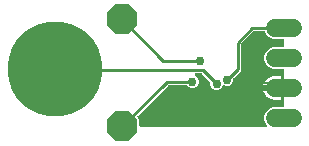
<source format=gbr>
G04 EAGLE Gerber RS-274X export*
G75*
%MOMM*%
%FSLAX34Y34*%
%LPD*%
%INBottom Copper*%
%IPPOS*%
%AMOC8*
5,1,8,0,0,1.08239X$1,22.5*%
G01*
%ADD10C,1.524000*%
%ADD11P,2.763017X8X112.500000*%
%ADD12C,8.000000*%
%ADD13P,2.763017X8X22.500000*%
%ADD14C,0.756400*%
%ADD15C,0.152400*%
%ADD16C,0.254000*%

G36*
X316338Y206550D02*
X316338Y206550D01*
X316481Y206563D01*
X316496Y206569D01*
X316513Y206571D01*
X316646Y206622D01*
X316780Y206671D01*
X316794Y206680D01*
X316809Y206686D01*
X316925Y206769D01*
X317043Y206849D01*
X317054Y206862D01*
X317068Y206871D01*
X317159Y206981D01*
X317254Y207088D01*
X317261Y207103D01*
X317272Y207115D01*
X317333Y207244D01*
X317398Y207371D01*
X317402Y207387D01*
X317409Y207402D01*
X317437Y207542D01*
X317468Y207681D01*
X317467Y207698D01*
X317471Y207714D01*
X317463Y207856D01*
X317458Y207999D01*
X317454Y208015D01*
X317453Y208032D01*
X317410Y208167D01*
X317370Y208305D01*
X317361Y208319D01*
X317356Y208335D01*
X317281Y208455D01*
X317208Y208579D01*
X317193Y208596D01*
X317188Y208604D01*
X317174Y208617D01*
X317102Y208699D01*
X316351Y209450D01*
X314959Y212811D01*
X314959Y216449D01*
X316351Y219810D01*
X318924Y222383D01*
X322285Y223775D01*
X330708Y223775D01*
X330826Y223790D01*
X330945Y223797D01*
X330983Y223810D01*
X331024Y223815D01*
X331134Y223858D01*
X331247Y223895D01*
X331282Y223917D01*
X331319Y223932D01*
X331415Y224001D01*
X331516Y224065D01*
X331544Y224095D01*
X331577Y224118D01*
X331653Y224210D01*
X331734Y224297D01*
X331754Y224332D01*
X331779Y224363D01*
X331830Y224471D01*
X331888Y224575D01*
X331898Y224615D01*
X331915Y224651D01*
X331937Y224768D01*
X331967Y224883D01*
X331971Y224943D01*
X331975Y224963D01*
X331973Y224984D01*
X331977Y225044D01*
X331977Y238760D01*
X331962Y238878D01*
X331955Y238997D01*
X331942Y239035D01*
X331937Y239075D01*
X331894Y239186D01*
X331857Y239299D01*
X331835Y239333D01*
X331820Y239371D01*
X331751Y239467D01*
X331723Y239511D01*
X331723Y240541D01*
X331734Y240553D01*
X331754Y240588D01*
X331779Y240620D01*
X331830Y240727D01*
X331888Y240832D01*
X331898Y240871D01*
X331915Y240907D01*
X331937Y241024D01*
X331967Y241139D01*
X331971Y241200D01*
X331975Y241220D01*
X331973Y241240D01*
X331977Y241300D01*
X331977Y255016D01*
X331962Y255134D01*
X331955Y255253D01*
X331942Y255291D01*
X331937Y255332D01*
X331894Y255442D01*
X331857Y255555D01*
X331835Y255590D01*
X331820Y255627D01*
X331751Y255723D01*
X331687Y255824D01*
X331657Y255852D01*
X331634Y255885D01*
X331542Y255961D01*
X331455Y256042D01*
X331420Y256062D01*
X331389Y256087D01*
X331281Y256138D01*
X331177Y256196D01*
X331137Y256206D01*
X331101Y256223D01*
X330984Y256245D01*
X330869Y256275D01*
X330809Y256279D01*
X330789Y256283D01*
X330768Y256281D01*
X330708Y256285D01*
X322285Y256285D01*
X318924Y257677D01*
X316351Y260250D01*
X314959Y263611D01*
X314959Y267249D01*
X316351Y270610D01*
X318924Y273183D01*
X322285Y274575D01*
X330708Y274575D01*
X330826Y274590D01*
X330945Y274597D01*
X330983Y274610D01*
X331024Y274615D01*
X331134Y274658D01*
X331247Y274695D01*
X331282Y274717D01*
X331319Y274732D01*
X331415Y274801D01*
X331516Y274865D01*
X331544Y274895D01*
X331577Y274918D01*
X331653Y275010D01*
X331734Y275097D01*
X331754Y275132D01*
X331779Y275163D01*
X331830Y275271D01*
X331888Y275375D01*
X331898Y275415D01*
X331915Y275451D01*
X331937Y275568D01*
X331967Y275683D01*
X331971Y275743D01*
X331975Y275763D01*
X331973Y275784D01*
X331977Y275844D01*
X331977Y280416D01*
X331962Y280534D01*
X331955Y280653D01*
X331942Y280691D01*
X331937Y280732D01*
X331894Y280842D01*
X331857Y280955D01*
X331835Y280990D01*
X331820Y281027D01*
X331751Y281123D01*
X331687Y281224D01*
X331657Y281252D01*
X331634Y281285D01*
X331542Y281361D01*
X331455Y281442D01*
X331420Y281462D01*
X331389Y281487D01*
X331281Y281538D01*
X331177Y281596D01*
X331137Y281606D01*
X331101Y281623D01*
X330984Y281645D01*
X330869Y281675D01*
X330809Y281679D01*
X330789Y281683D01*
X330768Y281681D01*
X330708Y281685D01*
X322285Y281685D01*
X318924Y283077D01*
X316351Y285650D01*
X315688Y287252D01*
X315673Y287277D01*
X315664Y287305D01*
X315595Y287415D01*
X315530Y287528D01*
X315510Y287549D01*
X315494Y287574D01*
X315399Y287663D01*
X315309Y287756D01*
X315284Y287772D01*
X315262Y287792D01*
X315149Y287855D01*
X315038Y287923D01*
X315010Y287931D01*
X314984Y287946D01*
X314858Y287978D01*
X314734Y288016D01*
X314705Y288018D01*
X314676Y288025D01*
X314515Y288035D01*
X306483Y288035D01*
X306385Y288023D01*
X306286Y288020D01*
X306228Y288003D01*
X306168Y287995D01*
X306076Y287959D01*
X305981Y287931D01*
X305928Y287901D01*
X305872Y287878D01*
X305792Y287820D01*
X305707Y287770D01*
X305631Y287704D01*
X305615Y287692D01*
X305607Y287682D01*
X305586Y287664D01*
X295494Y277572D01*
X295433Y277493D01*
X295365Y277421D01*
X295336Y277368D01*
X295299Y277320D01*
X295260Y277229D01*
X295212Y277143D01*
X295197Y277084D01*
X295173Y277029D01*
X295157Y276931D01*
X295132Y276835D01*
X295126Y276735D01*
X295123Y276714D01*
X295124Y276702D01*
X295122Y276674D01*
X295122Y254592D01*
X289116Y248586D01*
X289055Y248508D01*
X288987Y248436D01*
X288958Y248383D01*
X288921Y248335D01*
X288882Y248244D01*
X288834Y248157D01*
X288819Y248099D01*
X288795Y248043D01*
X288779Y247945D01*
X288754Y247849D01*
X288748Y247749D01*
X288745Y247729D01*
X288746Y247717D01*
X288744Y247689D01*
X288744Y245804D01*
X287936Y243854D01*
X286444Y242361D01*
X284493Y241553D01*
X282382Y241553D01*
X281074Y242095D01*
X280959Y242126D01*
X280847Y242165D01*
X280806Y242168D01*
X280767Y242179D01*
X280648Y242181D01*
X280530Y242190D01*
X280490Y242183D01*
X280449Y242184D01*
X280334Y242156D01*
X280216Y242136D01*
X280179Y242119D01*
X280140Y242110D01*
X280035Y242054D01*
X279926Y242005D01*
X279895Y241980D01*
X279859Y241961D01*
X279771Y241881D01*
X279678Y241807D01*
X279654Y241774D01*
X279624Y241747D01*
X279558Y241648D01*
X279487Y241553D01*
X279460Y241499D01*
X279449Y241481D01*
X279442Y241462D01*
X279416Y241408D01*
X279073Y240580D01*
X277580Y239087D01*
X275630Y238279D01*
X273518Y238279D01*
X271568Y239087D01*
X270075Y240580D01*
X269267Y242530D01*
X269267Y244415D01*
X269255Y244513D01*
X269252Y244612D01*
X269235Y244670D01*
X269227Y244730D01*
X269191Y244822D01*
X269163Y244917D01*
X269133Y244970D01*
X269110Y245026D01*
X269052Y245106D01*
X269002Y245191D01*
X268936Y245267D01*
X268924Y245283D01*
X268914Y245291D01*
X268896Y245312D01*
X262358Y251850D01*
X262280Y251910D01*
X262208Y251978D01*
X262155Y252007D01*
X262107Y252044D01*
X262016Y252084D01*
X261929Y252132D01*
X261871Y252147D01*
X261815Y252171D01*
X261717Y252186D01*
X261621Y252211D01*
X261521Y252217D01*
X261501Y252221D01*
X261489Y252219D01*
X261461Y252221D01*
X257080Y252221D01*
X257011Y252213D01*
X256941Y252214D01*
X256854Y252193D01*
X256764Y252181D01*
X256700Y252156D01*
X256632Y252139D01*
X256552Y252097D01*
X256469Y252064D01*
X256412Y252023D01*
X256351Y251991D01*
X256284Y251930D01*
X256211Y251878D01*
X256167Y251824D01*
X256115Y251777D01*
X256066Y251702D01*
X256009Y251633D01*
X255979Y251569D01*
X255940Y251511D01*
X255911Y251426D01*
X255873Y251345D01*
X255860Y251276D01*
X255837Y251210D01*
X255830Y251121D01*
X255813Y251033D01*
X255818Y250963D01*
X255812Y250893D01*
X255827Y250805D01*
X255833Y250715D01*
X255855Y250649D01*
X255866Y250580D01*
X255903Y250498D01*
X255931Y250413D01*
X255968Y250354D01*
X255997Y250290D01*
X256053Y250220D01*
X256101Y250144D01*
X256152Y250096D01*
X256196Y250042D01*
X256267Y249987D01*
X256333Y249926D01*
X256394Y249892D01*
X256450Y249850D01*
X256594Y249779D01*
X257006Y249609D01*
X258499Y248116D01*
X259307Y246166D01*
X259307Y244054D01*
X258499Y242104D01*
X257006Y240611D01*
X255056Y239803D01*
X252944Y239803D01*
X250994Y240611D01*
X249662Y241944D01*
X249583Y242004D01*
X249511Y242072D01*
X249458Y242101D01*
X249410Y242138D01*
X249320Y242178D01*
X249233Y242226D01*
X249174Y242241D01*
X249119Y242265D01*
X249021Y242280D01*
X248925Y242305D01*
X248825Y242311D01*
X248804Y242315D01*
X248792Y242313D01*
X248764Y242315D01*
X234093Y242315D01*
X233995Y242303D01*
X233896Y242300D01*
X233838Y242283D01*
X233778Y242275D01*
X233686Y242239D01*
X233591Y242211D01*
X233538Y242181D01*
X233482Y242158D01*
X233402Y242100D01*
X233317Y242050D01*
X233241Y241984D01*
X233225Y241972D01*
X233217Y241962D01*
X233196Y241944D01*
X207795Y216543D01*
X207722Y216448D01*
X207643Y216359D01*
X207625Y216323D01*
X207600Y216291D01*
X207553Y216182D01*
X207499Y216076D01*
X207490Y216037D01*
X207474Y216000D01*
X207455Y215882D01*
X207429Y215766D01*
X207430Y215725D01*
X207424Y215685D01*
X207435Y215567D01*
X207439Y215448D01*
X207450Y215409D01*
X207454Y215369D01*
X207494Y215257D01*
X207527Y215142D01*
X207548Y215108D01*
X207561Y215070D01*
X207628Y214971D01*
X207689Y214868D01*
X207728Y214823D01*
X207740Y214806D01*
X207755Y214793D01*
X207795Y214748D01*
X209106Y213436D01*
X209106Y208420D01*
X209121Y208306D01*
X209127Y208190D01*
X209141Y208148D01*
X209146Y208104D01*
X209189Y207997D01*
X209223Y207887D01*
X209247Y207850D01*
X209263Y207809D01*
X209331Y207715D01*
X209392Y207618D01*
X209424Y207587D01*
X209450Y207551D01*
X209539Y207478D01*
X209622Y207398D01*
X209661Y207377D01*
X209695Y207349D01*
X209799Y207300D01*
X209900Y207243D01*
X209943Y207232D01*
X209983Y207213D01*
X210096Y207191D01*
X210207Y207162D01*
X210274Y207157D01*
X210295Y207153D01*
X210314Y207154D01*
X210368Y207151D01*
X316197Y206533D01*
X316338Y206550D01*
G37*
%LPC*%
G36*
X314245Y242569D02*
X314245Y242569D01*
X314688Y243930D01*
X315414Y245355D01*
X316354Y246649D01*
X317485Y247780D01*
X318779Y248720D01*
X320204Y249446D01*
X321725Y249941D01*
X323304Y250191D01*
X329185Y250191D01*
X329185Y242569D01*
X314245Y242569D01*
G37*
%LPD*%
%LPC*%
G36*
X323304Y229869D02*
X323304Y229869D01*
X321725Y230119D01*
X320204Y230614D01*
X318779Y231340D01*
X317485Y232280D01*
X316354Y233411D01*
X315414Y234705D01*
X314688Y236130D01*
X314245Y237491D01*
X329185Y237491D01*
X329185Y229869D01*
X323304Y229869D01*
G37*
%LPD*%
D10*
X324104Y290830D02*
X339344Y290830D01*
X339344Y265430D02*
X324104Y265430D01*
X324104Y240030D02*
X339344Y240030D01*
X339344Y214630D02*
X324104Y214630D01*
D11*
X194818Y207518D03*
D12*
X137414Y255524D03*
D13*
X194310Y297942D03*
D14*
X297434Y244122D03*
D15*
X327632Y244122D01*
X331724Y240030D01*
D14*
X254000Y245110D03*
D16*
X232410Y245110D02*
X194818Y207518D01*
X232410Y245110D02*
X254000Y245110D01*
D14*
X274574Y243586D03*
D16*
X263144Y255016D01*
X137922Y255016D02*
X137414Y255524D01*
X137922Y255016D02*
X263144Y255016D01*
D14*
X283438Y246860D03*
D16*
X304800Y290830D02*
X331724Y290830D01*
X292328Y278358D02*
X292328Y255750D01*
X283438Y246860D01*
X292328Y278358D02*
X304800Y290830D01*
X229235Y263017D02*
X194310Y297942D01*
X229235Y263017D02*
X260477Y263017D01*
D14*
X260477Y263017D03*
M02*

</source>
